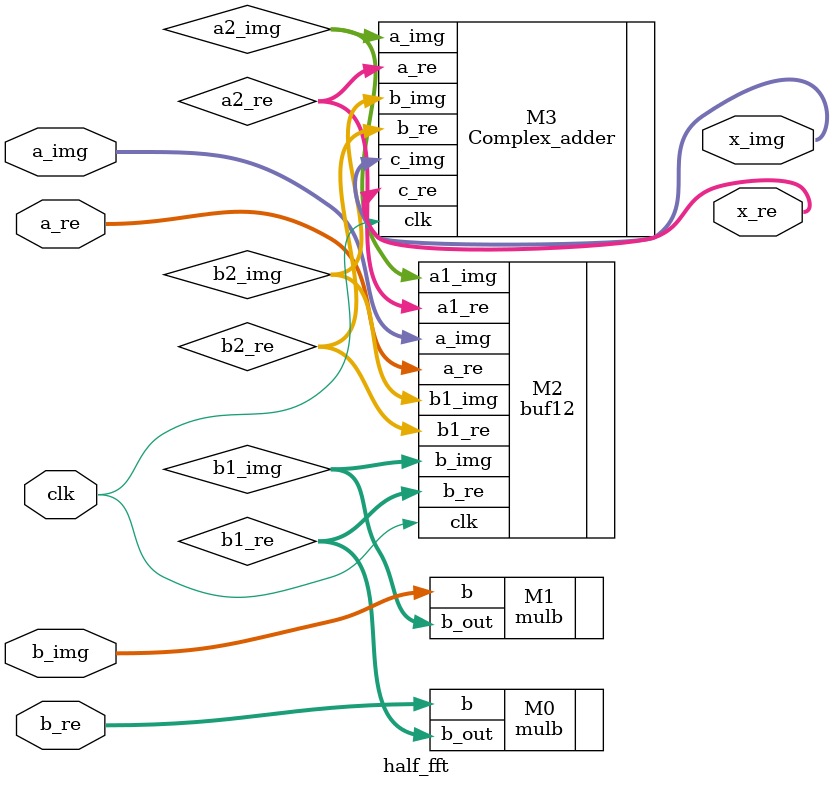
<source format=v>
`timescale 1ns / 1ps
module half_fft(
    input [31:0] a_re,
    input [31:0] a_img,
    input [31:0] b_re,
    input [31:0] b_img,
    input clk,
    output [31:0] x_re,
    output [31:0] x_img
    );
wire [31:0] a2_re,a2_img,b2_re,b2_img,b1_re,b1_img;
mulb M0 (.b(b_re),.b_out(b1_re));
mulb M1 (.b(b_img),.b_out(b1_img));
buf12 M2 (.a_re(a_re),.a_img(a_img),.b_re(b1_re),.b_img(b1_img),.clk(clk),.a1_re(a2_re),.a1_img(a2_img),.b1_re(b2_re),.b1_img(b2_img));
Complex_adder M3 (.a_re(a2_re),.a_img(a2_img),.b_re(b2_re),.b_img(b2_img),.clk(clk),.c_re(x_re),.c_img(x_img));
endmodule

</source>
